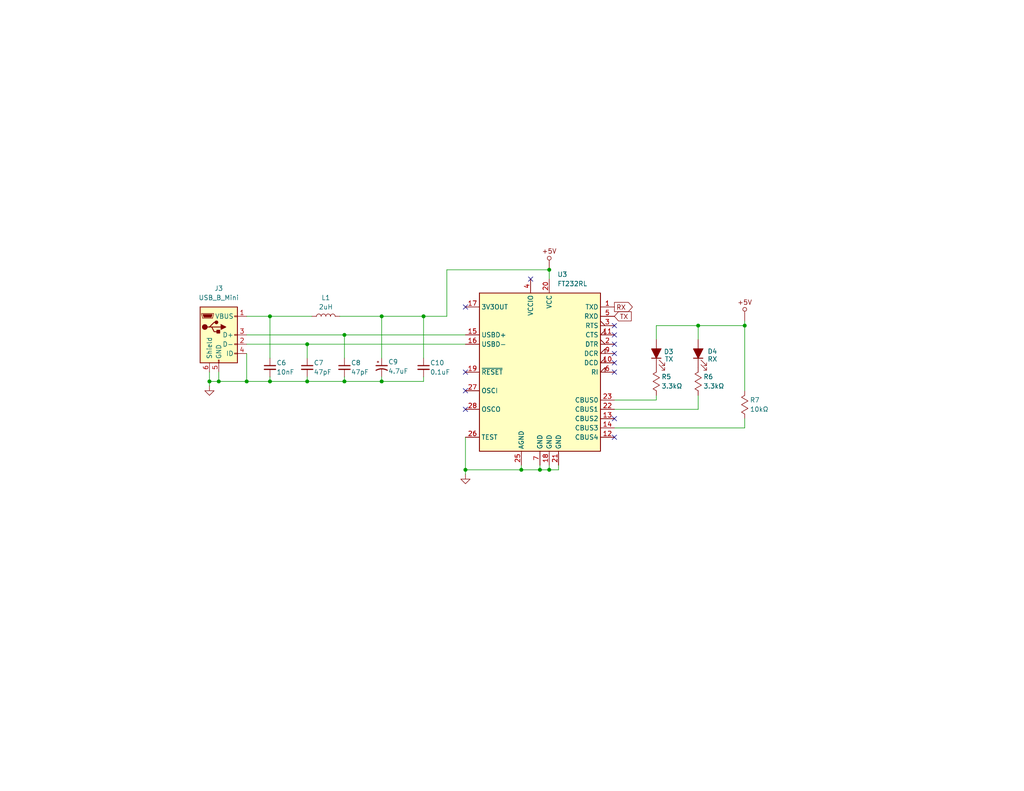
<source format=kicad_sch>
(kicad_sch (version 20231120) (generator "eeschema") (generator_version "8.0")
  (paper "A")
  (title_block (title "UART") (date "2025-04-04") (rev "A") (company "Idaho State University"))
  (lib_symbols
    (symbol "Connector:USB_B_Mini" (pin_names (offset 1.016))
      (property "Reference" "J" (at -5.08 11.43 0))
      (property "Value" "USB_B_Mini" (at -5.08 8.89 0))
      (symbol "USB_B_Mini_0_1"
        (rectangle (start -5.08 -7.62) (end 5.08 7.62) (stroke (width 0.254)) (fill (type background)))
        (circle (center -3.81 2.159) (radius 0.635) (stroke (width 0.254)) (fill (type outline)))
        (circle (center -0.635 3.429) (radius 0.381) (stroke (width 0.254)) (fill (type outline)))
        (rectangle (start -0.127 -7.62) (end 0.127 -6.858))
        (polyline (pts (xy -1.905 2.159) (xy 0.635 2.159)) (stroke (width 0.254)))
        (polyline (pts (xy -3.175 2.159) (xy -2.54 2.159) (xy -1.27 3.429) (xy -0.635 3.429)) (stroke (width 0.254)))
        (polyline (pts (xy -2.54 2.159) (xy -1.905 2.159) (xy -1.27 0.889) (xy 0 0.889)) (stroke (width 0.254)))
        (polyline (pts (xy 0.635 2.794) (xy 0.635 1.524) (xy 1.905 2.159) (xy 0.635 2.794)) (stroke (width 0.254)) (fill (type outline)))
        (polyline (pts (xy -4.318 5.588) (xy -1.778 5.588) (xy -2.032 4.826) (xy -4.064 4.826) (xy -4.318 5.588)) (fill (type outline)))
        (polyline (pts (xy -4.699 5.842) (xy -4.699 5.588) (xy -4.445 4.826) (xy -4.445 4.572) (xy -1.651 4.572) (xy -1.651 4.826) (xy -1.397 5.588) (xy -1.397 5.842) (xy -4.699 5.842)))
        (rectangle (start 0.254 1.27) (end -0.508 0.508) (stroke (width 0.254)) (fill (type outline)))
        (rectangle (start 5.08 -5.207) (end 4.318 -4.953))
        (rectangle (start 5.08 -2.667) (end 4.318 -2.413))
        (rectangle (start 5.08 -0.127) (end 4.318 0.127))
        (rectangle (start 5.08 4.953) (end 4.318 5.207))
      )
      (symbol "USB_B_Mini_1_1"
        (pin power_out line (at 7.62 5.08 180) (length 2.54) (name "VBUS") (number "1"))
        (pin bidirectional line (at 7.62 -2.54 180) (length 2.54) (name "D-") (number "2"))
        (pin bidirectional line (at 7.62 0 180) (length 2.54) (name "D+") (number "3"))
        (pin passive line (at 7.62 -5.08 180) (length 2.54) (name "ID") (number "4"))
        (pin power_out line (at 0 -10.16 90) (length 2.54) (name "GND") (number "5"))
        (pin passive line (at -2.54 -10.16 90) (length 2.54) (name "Shield") (number "6"))
      )
    )
    (symbol "Device:C_Polarized_Small_US" (pin_numbers hide) (pin_names (offset 0.254) hide)
      (property "Reference" "C" (at 0.254 1.778 0))
      (property "Value" "C_Polarized_Small_US" (at 0.254 -2.032 0))
      (symbol "C_Polarized_Small_US_0_1"
        (polyline (pts (xy -1.524 0.508) (xy 1.524 0.508)) (stroke (width 0.3048)))
        (polyline (pts (xy -1.27 1.524) (xy -0.762 1.524)))
        (polyline (pts (xy -1.016 1.27) (xy -1.016 1.778)))
        (arc (start 1.524 -0.762) (mid 0 -0.3734) (end -1.524 -0.762) (stroke (width 0.3048)))
      )
      (symbol "C_Polarized_Small_US_1_1"
        (pin passive line (at 0 2.54 270) (length 2.032) (name "~") (number "1"))
        (pin passive line (at 0 -2.54 90) (length 2.032) (name "~") (number "2"))
      )
    )
    (symbol "Device:C_Small" (pin_numbers hide) (pin_names (offset 0.254) hide)
      (property "Reference" "C" (at 0.254 1.778 0))
      (property "Value" "C_Small" (at 0.254 -2.032 0))
      (symbol "C_Small_0_1"
        (polyline (pts (xy -1.524 -0.508) (xy 1.524 -0.508)) (stroke (width 0.3302)))
        (polyline (pts (xy -1.524 0.508) (xy 1.524 0.508)) (stroke (width 0.3048)))
      )
      (symbol "C_Small_1_1"
        (pin passive line (at 0 2.54 270) (length 2.032) (name "~") (number "1"))
        (pin passive line (at 0 -2.54 90) (length 2.032) (name "~") (number "2"))
      )
    )
    (symbol "Device:L" (pin_numbers hide) (pin_names (offset 1.016) hide)
      (property "Reference" "L" (at -1.27 0 90))
      (property "Value" "L" (at 1.905 0 90))
      (symbol "L_0_1"
        (arc (start 0 -2.54) (mid 0.6323 -1.905) (end 0 -1.27))
        (arc (start 0 -1.27) (mid 0.6323 -0.635) (end 0 0))
        (arc (start 0 0) (mid 0.6323 0.635) (end 0 1.27))
        (arc (start 0 1.27) (mid 0.6323 1.905) (end 0 2.54))
      )
      (symbol "L_1_1"
        (pin passive line (at 0 3.81 270) (length 1.27) (name "1") (number "1"))
        (pin passive line (at 0 -3.81 90) (length 1.27) (name "2") (number "2"))
      )
    )
    (symbol "Device:LED_Filled" (pin_numbers hide) (pin_names (offset 1.016) hide)
      (property "Reference" "D" (at 0 2.54 0))
      (property "Value" "LED_Filled" (at 0 -2.54 0))
      (symbol "LED_Filled_0_1"
        (polyline (pts (xy -1.27 -1.27) (xy -1.27 1.27)) (stroke (width 0.254)))
        (polyline (pts (xy -1.27 0) (xy 1.27 0)))
        (polyline (pts (xy 1.27 -1.27) (xy 1.27 1.27) (xy -1.27 0) (xy 1.27 -1.27)) (stroke (width 0.254)) (fill (type outline)))
        (polyline (pts (xy -3.048 -0.762) (xy -4.572 -2.286) (xy -3.81 -2.286) (xy -4.572 -2.286) (xy -4.572 -1.524)))
        (polyline (pts (xy -1.778 -0.762) (xy -3.302 -2.286) (xy -2.54 -2.286) (xy -3.302 -2.286) (xy -3.302 -1.524)))
      )
      (symbol "LED_Filled_1_1"
        (pin passive line (at -3.81 0 0) (length 2.54) (name "K") (number "1"))
        (pin passive line (at 3.81 0 180) (length 2.54) (name "A") (number "2"))
      )
    )
    (symbol "Interface_USB:FT232RL"
      (property "Reference" "U" (at -16.51 22.86 0))
      (property "Value" "FT232RL" (at 10.16 22.86 0))
      (symbol "FT232RL_0_1"
        (rectangle (start -16.51 21.59) (end 16.51 -21.59) (stroke (width 0.254)) (fill (type background)))
      )
      (symbol "FT232RL_1_1"
        (pin output line (at 20.32 17.78 180) (length 3.81) (name "TXD") (number "1"))
        (pin input input_low (at 20.32 2.54 180) (length 3.81) (name "DCD") (number "10"))
        (pin input input_low (at 20.32 10.16 180) (length 3.81) (name "CTS") (number "11"))
        (pin bidirectional line (at 20.32 -17.78 180) (length 3.81) (name "CBUS4") (number "12"))
        (pin bidirectional line (at 20.32 -12.7 180) (length 3.81) (name "CBUS2") (number "13"))
        (pin bidirectional line (at 20.32 -15.24 180) (length 3.81) (name "CBUS3") (number "14"))
        (pin bidirectional line (at -20.32 10.16 0) (length 3.81) (name "USBD+") (number "15"))
        (pin bidirectional line (at -20.32 7.62 0) (length 3.81) (name "USBD-") (number "16"))
        (pin power_out line (at -20.32 17.78 0) (length 3.81) (name "3V3OUT") (number "17"))
        (pin power_in line (at 2.54 -25.4 90) (length 3.81) (name "GND") (number "18"))
        (pin input line (at -20.32 0 0) (length 3.81) (name "~{RESET}") (number "19"))
        (pin output output_low (at 20.32 7.62 180) (length 3.81) (name "DTR") (number "2"))
        (pin power_in line (at 2.54 25.4 270) (length 3.81) (name "VCC") (number "20"))
        (pin power_in line (at 5.08 -25.4 90) (length 3.81) (name "GND") (number "21"))
        (pin bidirectional line (at 20.32 -10.16 180) (length 3.81) (name "CBUS1") (number "22"))
        (pin bidirectional line (at 20.32 -7.62 180) (length 3.81) (name "CBUS0") (number "23"))
        (pin power_in line (at -5.08 -25.4 90) (length 3.81) (name "AGND") (number "25"))
        (pin input line (at -20.32 -17.78 0) (length 3.81) (name "TEST") (number "26"))
        (pin input line (at -20.32 -5.08 0) (length 3.81) (name "OSCI") (number "27"))
        (pin output line (at -20.32 -10.16 0) (length 3.81) (name "OSCO") (number "28"))
        (pin output output_low (at 20.32 12.7 180) (length 3.81) (name "RTS") (number "3"))
        (pin power_in line (at -2.54 25.4 270) (length 3.81) (name "VCCIO") (number "4"))
        (pin input line (at 20.32 15.24 180) (length 3.81) (name "RXD") (number "5"))
        (pin input input_low (at 20.32 0 180) (length 3.81) (name "RI") (number "6"))
        (pin power_in line (at 0 -25.4 90) (length 3.81) (name "GND") (number "7"))
        (pin input input_low (at 20.32 5.08 180) (length 3.81) (name "DCR") (number "9"))
      )
    )
    (symbol "Libraries:+5V" (power) (pin_numbers hide) (pin_names (offset 0)) (in_bom no) (on_board no)
      (symbol "+5V_0_1"
        (circle (center 0 1.905) (radius 0.5236))
      )
      (symbol "+5V_1_0"
        (text "+5V" (at 0 3.81 0) (effects (font (size 1.27 1.27))))
      )
      (symbol "+5V_1_1"
        (pin power_in line (at 0 -1.27 90) (length 2.54) (name "") (number ""))
      )
    )
    (symbol "Libraries:R_Custom" (pin_numbers hide) (pin_names (offset 1.016) hide)
      (property "Reference" "R1" (at 0 6.35 0))
      (property "Value" "RΩ" (at 0 3.81 0))
      (symbol "R_Custom_0_1"
        (polyline (pts (xy -2.54 0) (xy -2.032 0.889) (xy -1.524 0) (xy -1.016 -0.889) (xy -0.508 0) (xy 0 0.889) (xy 0.508 0) (xy 1.016 -0.889) (xy 1.524 0) (xy 2.032 0.889) (xy 2.54 0)))
      )
      (symbol "R_Custom_1_1"
        (pin passive line (at -3.81 0 0) (length 1.27) (name "") (number "1"))
        (pin passive line (at 3.81 0 180) (length 1.27) (name "") (number "2"))
      )
    )
    (symbol "power:GND" (power) (pin_names (offset 0))
      (property "Value" "GND" (at 0 -3.81 0))
      (symbol "GND_0_1"
        (polyline (pts (xy 0 0) (xy 0 -1.27) (xy 1.27 -1.27) (xy 0 -2.54) (xy -1.27 -1.27) (xy 0 -1.27)))
      )
      (symbol "GND_1_1"
        (pin power_in line (at 0 0 270) (length 0) hide (name "GND") (number "1"))
      )
    )
  )
  (junction (at 93.98 91.44))
  (junction (at 142.24 128.27))
  (junction (at 115.57 86.36))
  (junction (at 149.86 73.66))
  (junction (at 57.15 104.14))
  (junction (at 127 128.27))
  (junction (at 59.69 104.14))
  (junction (at 93.98 104.14))
  (junction (at 83.82 93.98))
  (junction (at 203.2 88.9))
  (junction (at 73.66 104.14))
  (junction (at 190.5 88.9))
  (junction (at 83.82 104.14))
  (junction (at 67.31 104.14))
  (junction (at 149.86 128.27))
  (junction (at 147.32 128.27))
  (junction (at 73.66 86.36))
  (junction (at 104.14 104.14))
  (junction (at 104.14 86.36))
  (no_connect (at 167.64 99.06))
  (no_connect (at 127 111.76))
  (no_connect (at 167.64 119.38))
  (no_connect (at 167.64 114.3))
  (no_connect (at 127 106.68))
  (no_connect (at 167.64 91.44))
  (no_connect (at 167.64 96.52))
  (no_connect (at 167.64 101.6))
  (no_connect (at 127 101.6))
  (no_connect (at 167.64 88.9))
  (no_connect (at 127 83.82))
  (no_connect (at 144.78 76.2))
  (no_connect (at 167.64 93.98))
  (wire (pts (xy 149.86 127) (xy 149.86 128.27)))
  (wire (pts (xy 179.07 88.9) (xy 190.5 88.9)))
  (wire (pts (xy 93.98 91.44) (xy 93.98 97.79)))
  (wire (pts (xy 83.82 93.98) (xy 127 93.98)))
  (wire (pts (xy 59.69 101.6) (xy 59.69 104.14)))
  (wire (pts (xy 104.14 86.36) (xy 104.14 97.79)))
  (wire (pts (xy 67.31 104.14) (xy 73.66 104.14)))
  (wire (pts (xy 127 129.54) (xy 127 128.27)))
  (wire (pts (xy 115.57 102.87) (xy 115.57 104.14)))
  (wire (pts (xy 57.15 104.14) (xy 57.15 101.6)))
  (wire (pts (xy 167.64 116.84) (xy 203.2 116.84)))
  (wire (pts (xy 115.57 86.36) (xy 121.92 86.36)))
  (wire (pts (xy 67.31 86.36) (xy 73.66 86.36)))
  (wire (pts (xy 57.15 104.14) (xy 59.69 104.14)))
  (wire (pts (xy 142.24 128.27) (xy 127 128.27)))
  (wire (pts (xy 83.82 104.14) (xy 93.98 104.14)))
  (wire (pts (xy 190.5 88.9) (xy 190.5 92.71)))
  (wire (pts (xy 152.4 128.27) (xy 149.86 128.27)))
  (wire (pts (xy 203.2 116.84) (xy 203.2 114.3)))
  (wire (pts (xy 147.32 128.27) (xy 142.24 128.27)))
  (wire (pts (xy 115.57 104.14) (xy 104.14 104.14)))
  (wire (pts (xy 67.31 96.52) (xy 67.31 104.14)))
  (wire (pts (xy 190.5 107.95) (xy 190.5 111.76)))
  (wire (pts (xy 93.98 102.87) (xy 93.98 104.14)))
  (wire (pts (xy 59.69 104.14) (xy 67.31 104.14)))
  (wire (pts (xy 203.2 87.63) (xy 203.2 88.9)))
  (wire (pts (xy 179.07 92.71) (xy 179.07 88.9)))
  (wire (pts (xy 93.98 91.44) (xy 127 91.44)))
  (wire (pts (xy 121.92 73.66) (xy 121.92 86.36)))
  (wire (pts (xy 121.92 73.66) (xy 149.86 73.66)))
  (wire (pts (xy 127 119.38) (xy 127 128.27)))
  (wire (pts (xy 149.86 76.2) (xy 149.86 73.66)))
  (wire (pts (xy 104.14 102.87) (xy 104.14 104.14)))
  (wire (pts (xy 179.07 107.95) (xy 179.07 109.22)))
  (wire (pts (xy 92.71 86.36) (xy 104.14 86.36)))
  (wire (pts (xy 83.82 93.98) (xy 83.82 97.79)))
  (wire (pts (xy 152.4 127) (xy 152.4 128.27)))
  (wire (pts (xy 147.32 127) (xy 147.32 128.27)))
  (wire (pts (xy 190.5 88.9) (xy 203.2 88.9)))
  (wire (pts (xy 142.24 127) (xy 142.24 128.27)))
  (wire (pts (xy 93.98 104.14) (xy 104.14 104.14)))
  (wire (pts (xy 67.31 91.44) (xy 93.98 91.44)))
  (wire (pts (xy 67.31 93.98) (xy 83.82 93.98)))
  (wire (pts (xy 179.07 109.22) (xy 167.64 109.22)))
  (wire (pts (xy 57.15 105.41) (xy 57.15 104.14)))
  (wire (pts (xy 203.2 88.9) (xy 203.2 106.68)))
  (wire (pts (xy 115.57 86.36) (xy 115.57 97.79)))
  (wire (pts (xy 73.66 86.36) (xy 73.66 97.79)))
  (wire (pts (xy 73.66 102.87) (xy 73.66 104.14)))
  (wire (pts (xy 190.5 111.76) (xy 167.64 111.76)))
  (wire (pts (xy 73.66 86.36) (xy 85.09 86.36)))
  (wire (pts (xy 104.14 86.36) (xy 115.57 86.36)))
  (wire (pts (xy 73.66 104.14) (xy 83.82 104.14)))
  (wire (pts (xy 149.86 128.27) (xy 147.32 128.27)))
  (wire (pts (xy 83.82 102.87) (xy 83.82 104.14)))
  (global_label "RX" (shape output) (at 167.64 83.82 0) (property "Intersheetrefs" "${INTERSHEET_REFS}" (effects (hide yes))))
  (global_label "TX" (shape input) (at 167.64 86.36 0) (property "Intersheetrefs" "${INTERSHEET_REFS}" (effects (hide yes))))
  (symbol (lib_id "power:GND") (at 127 129.54 0) (unit 1)
    (property "Reference" "#PWR09" (effects (hide yes)))
    (property "Value" "GND" (effects (hide yes)))
    (property "Description" "Power symbol creates a global label with name \"GND\" , ground" (effects (hide yes)))
  )
  (symbol (lib_id "Libraries:+5V") (at 203.2 86.36 0) (unit 1) (in_bom no) (on_board no)
    (property "Reference" "+5V07" (effects (hide yes)))
    (property "Value" "+5V" (effects (hide yes)))
  )
  (symbol (lib_id "Libraries:R_Custom") (at 203.2 110.49 90) (unit 1)
    (property "Reference" "R7" (at 204.597 109.22 90) (effects (justify right)))
    (property "Value" "10kΩ" (at 204.597 111.76 90) (effects (justify right)))
    (property "Footprint" "Resistor_SMD:R_0805_2012Metric_Pad1.20x1.40mm_HandSolder" (effects (hide yes)))
    (property "Description" "Custom Resistor" (effects (hide yes)))
  )
  (symbol (lib_id "Device:C_Small") (at 93.98 100.33 0) (unit 1)
    (property "Reference" "C8" (at 95.758 99.06 0) (effects (justify left)))
    (property "Value" "47pF" (at 95.758 101.6 0) (effects (justify left)))
    (property "Description" "Unpolarized capacitor, small symbol" (effects (hide yes)))
  )
  (symbol (lib_id "Device:LED_Filled") (at 179.07 96.52 90) (unit 1)
    (property "Reference" "D3" (at 181.102 96.012 90) (effects (justify right)))
    (property "Value" "TX" (at 181.356 98.044 90) (effects (justify right)))
    (property "Description" "Light emitting diode, filled shape" (effects (hide yes)))
  )
  (symbol (lib_id "Libraries:R_Custom") (at 190.5 104.14 90) (unit 1)
    (property "Reference" "R6" (at 191.897 102.87 90) (effects (justify right)))
    (property "Value" "3.3kΩ" (at 191.897 105.41 90) (effects (justify right)))
    (property "Footprint" "Resistor_SMD:R_0805_2012Metric_Pad1.20x1.40mm_HandSolder" (effects (hide yes)))
    (property "Description" "Custom Resistor" (effects (hide yes)))
  )
  (symbol (lib_id "power:GND") (at 57.15 105.41 0) (unit 1)
    (property "Reference" "#PWR04" (effects (hide yes)))
    (property "Value" "GND" (effects (hide yes)))
    (property "Description" "Power symbol creates a global label with name \"GND\" , ground" (effects (hide yes)))
  )
  (symbol (lib_id "Device:LED_Filled") (at 190.5 96.52 90) (unit 1)
    (property "Reference" "D4" (at 193.04 95.9486 90) (effects (justify right)))
    (property "Value" "RX" (at 193.04 98.044 90) (effects (justify right)))
    (property "Description" "Light emitting diode, filled shape" (effects (hide yes)))
  )
  (symbol (lib_id "Device:C_Small") (at 73.66 100.33 0) (unit 1)
    (property "Reference" "C6" (at 75.438 99.06 0) (effects (justify left)))
    (property "Value" "10nF" (at 75.438 101.6 0) (effects (justify left)))
    (property "Description" "Unpolarized capacitor, small symbol" (effects (hide yes)))
  )
  (symbol (lib_id "Libraries:+5V") (at 149.86 72.39 0) (unit 1) (in_bom no) (on_board no)
    (property "Reference" "+5V02" (effects (hide yes)))
    (property "Value" "+5V" (effects (hide yes)))
  )
  (symbol (lib_id "Interface_USB:FT232RL") (at 147.32 101.6 0) (unit 1)
    (property "Reference" "U3" (at 152.0541 74.93 0) (effects (justify left)))
    (property "Value" "FT232RL" (at 152.0541 77.47 0) (effects (justify left)))
    (property "Footprint" "Package_SO:SSOP-28_5.3x10.2mm_P0.65mm" (effects (hide yes)))
    (property "Datasheet" "https://www.ftdichip.com/Support/Documents/DataSheets/ICs/DS_FT232R.pdf" (effects (hide yes)))
    (property "Description" "USB to Serial Interface, SSOP-28" (effects (hide yes)))
  )
  (symbol (lib_id "Device:L") (at 88.9 86.36 90) (unit 1)
    (property "Reference" "L1" (at 88.9 81.28 90))
    (property "Value" "2uH" (at 88.9 83.82 90))
    (property "Footprint" "Inductor_SMD:L_0805_2012Metric_Pad1.15x1.40mm_HandSolder" (effects (hide yes)))
    (property "Description" "Inductor" (effects (hide yes)))
  )
  (symbol (lib_id "Libraries:R_Custom") (at 179.07 104.14 90) (unit 1)
    (property "Reference" "R5" (at 180.467 102.87 90) (effects (justify right)))
    (property "Value" "3.3kΩ" (at 180.467 105.41 90) (effects (justify right)))
    (property "Footprint" "Resistor_SMD:R_0805_2012Metric_Pad1.20x1.40mm_HandSolder" (effects (hide yes)))
    (property "Description" "Custom Resistor" (effects (hide yes)))
  )
  (symbol (lib_id "Device:C_Polarized_Small_US") (at 104.14 100.33 0) (unit 1)
    (property "Reference" "C9" (at 105.918 98.806 0) (effects (justify left)))
    (property "Value" "4.7uF" (at 105.918 101.346 0) (effects (justify left)))
    (property "Description" "Polarized capacitor, small US symbol" (effects (hide yes)))
  )
  (symbol (lib_id "Connector:USB_B_Mini") (at 59.69 91.44 0) (unit 1)
    (property "Reference" "J3" (at 59.69 78.74 0))
    (property "Value" "USB_B_Mini" (at 59.69 81.28 0))
    (property "Description" "USB Mini Type B connector" (effects (hide yes)))
  )
  (symbol (lib_id "Device:C_Small") (at 115.57 100.33 0) (unit 1)
    (property "Reference" "C10" (at 117.348 99.06 0) (effects (justify left)))
    (property "Value" "0.1uF" (at 117.348 101.6 0) (effects (justify left)))
    (property "Description" "Unpolarized capacitor, small symbol" (effects (hide yes)))
  )
  (symbol (lib_id "Device:C_Small") (at 83.82 100.33 0) (unit 1)
    (property "Reference" "C7" (at 85.598 99.06 0) (effects (justify left)))
    (property "Value" "47pF" (at 85.598 101.6 0) (effects (justify left)))
    (property "Description" "Unpolarized capacitor, small symbol" (effects (hide yes)))
  )
)
</source>
